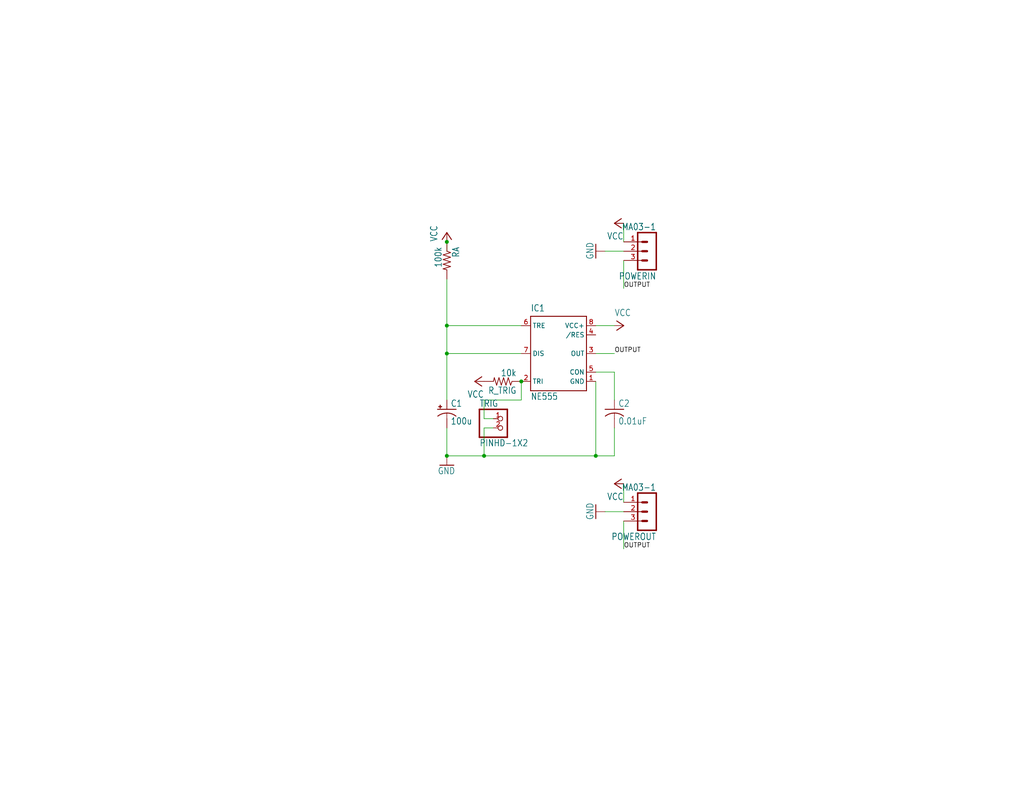
<source format=kicad_sch>
(kicad_sch (version 20230121) (generator eeschema)
  (paper "USLetter")
  (lib_symbols
    (symbol "detector-eagle-import:C-US050-024X044"
      (property "Reference" "C" (at 1.016 0.635 0))
      (property "Value" "C-US050-024X044" (at 1.016 -4.191 0))
      (symbol "C-US050-024X044_1_0"
        (arc (start 0 -1.0161) (mid -1.302 -1.2303) (end -2.4668 -1.8504) (stroke (width 0.254)))
        (polyline (pts (xy -2.54 0) (xy 2.54 0)) (stroke (width 0.254)))
        (polyline (pts (xy 0 -1.016) (xy 0 -2.54)) (stroke (width 0.1524)))
        (arc (start 2.4892 -1.8542) (mid 1.3158 -1.2195) (end 0 -1) (stroke (width 0.254)))
        (pin passive line (at 0 2.54 270) (length 2.54) (name "1") (number "1"))
        (pin passive line (at 0 -5.08 90) (length 2.54) (name "2") (number "2"))
      )
    )
    (symbol "detector-eagle-import:CPOL-USE3.5-8"
      (property "Reference" "C" (at 1.016 0.635 0))
      (property "Value" "CPOL-USE3.5-8" (at 1.016 -4.191 0))
      (symbol "CPOL-USE3.5-8_1_0"
        (rectangle (start -2.253 0.668) (end -1.364 0.795) (fill (type outline)))
        (rectangle (start -1.872 0.287) (end -1.745 1.176) (fill (type outline)))
        (arc (start 0 -1.0161) (mid -1.3021 -1.2302) (end -2.4669 -1.8504) (stroke (width 0.254)))
        (polyline (pts (xy -2.54 0) (xy 2.54 0)) (stroke (width 0.254)))
        (polyline (pts (xy 0 -1.016) (xy 0 -2.54)) (stroke (width 0.1524)))
        (arc (start 2.4892 -1.8542) (mid 1.3158 -1.2195) (end 0 -1) (stroke (width 0.254)))
        (pin passive line (at 0 2.54 270) (length 2.54) (name "+") (number "+"))
        (pin passive line (at 0 -5.08 90) (length 2.54) (name "-") (number "-"))
      )
    )
    (symbol "detector-eagle-import:GND" (power)
      (property "Value" "GND" (at -2.54 -2.54 0))
      (symbol "GND_1_0"
        (polyline (pts (xy -1.905 0) (xy 1.905 0)) (stroke (width 0.254)))
        (pin power_in line (at 0 2.54 270) (length 2.54) (name "GND") (number "1"))
      )
    )
    (symbol "detector-eagle-import:MA03-1"
      (property "Reference" "SV" (at -1.27 5.842 0))
      (property "Value" "MA03-1" (at -1.27 -7.62 0))
      (symbol "MA03-1_1_0"
        (polyline (pts (xy -1.27 5.08) (xy -1.27 -5.08)) (stroke (width 0.4064)))
        (polyline (pts (xy -1.27 5.08) (xy 3.81 5.08)) (stroke (width 0.4064)))
        (polyline (pts (xy 1.27 -2.54) (xy 2.54 -2.54)) (stroke (width 0.6096)))
        (polyline (pts (xy 1.27 0) (xy 2.54 0)) (stroke (width 0.6096)))
        (polyline (pts (xy 1.27 2.54) (xy 2.54 2.54)) (stroke (width 0.6096)))
        (polyline (pts (xy 3.81 -5.08) (xy -1.27 -5.08)) (stroke (width 0.4064)))
        (polyline (pts (xy 3.81 -5.08) (xy 3.81 5.08)) (stroke (width 0.4064)))
        (pin passive line (at 7.62 -2.54 180) (length 5.08) (name "1") (number "1"))
        (pin passive line (at 7.62 0 180) (length 5.08) (name "2") (number "2"))
        (pin passive line (at 7.62 2.54 180) (length 5.08) (name "3") (number "3"))
      )
    )
    (symbol "detector-eagle-import:NE555"
      (property "Reference" "IC" (at -7.62 11.43 0))
      (property "Value" "NE555" (at -7.62 -12.7 0))
      (symbol "NE555_1_0"
        (polyline (pts (xy -7.62 -10.16) (xy 7.62 -10.16)) (stroke (width 0.254)))
        (polyline (pts (xy -7.62 10.16) (xy -7.62 -10.16)) (stroke (width 0.254)))
        (polyline (pts (xy 7.62 -10.16) (xy 7.62 10.16)) (stroke (width 0.254)))
        (polyline (pts (xy 7.62 10.16) (xy -7.62 10.16)) (stroke (width 0.254)))
        (pin power_in line (at 10.16 -7.62 180) (length 2.54) (name "GND") (number "1"))
        (pin input line (at -10.16 -7.62 0) (length 2.54) (name "TRI") (number "2"))
        (pin output line (at 10.16 0 180) (length 2.54) (name "OUT") (number "3"))
        (pin input line (at 10.16 5.08 180) (length 2.54) (name "/RES") (number "4"))
        (pin input line (at 10.16 -5.08 180) (length 2.54) (name "CON") (number "5"))
        (pin input line (at -10.16 7.62 0) (length 2.54) (name "TRE") (number "6"))
        (pin input line (at -10.16 0 0) (length 2.54) (name "DIS") (number "7"))
        (pin power_in line (at 10.16 7.62 180) (length 2.54) (name "VCC+") (number "8"))
      )
    )
    (symbol "detector-eagle-import:PINHD-1X2"
      (property "Reference" "JP" (at -6.35 5.715 0))
      (property "Value" "PINHD-1X2" (at -6.35 -5.08 0))
      (symbol "PINHD-1X2_1_0"
        (polyline (pts (xy -6.35 -2.54) (xy 1.27 -2.54)) (stroke (width 0.4064)))
        (polyline (pts (xy -6.35 5.08) (xy -6.35 -2.54)) (stroke (width 0.4064)))
        (polyline (pts (xy 1.27 -2.54) (xy 1.27 5.08)) (stroke (width 0.4064)))
        (polyline (pts (xy 1.27 5.08) (xy -6.35 5.08)) (stroke (width 0.4064)))
        (pin passive inverted (at -2.54 2.54 0) (length 2.54) (name "1") (number "1"))
        (pin passive inverted (at -2.54 0 0) (length 2.54) (name "2") (number "2"))
      )
    )
    (symbol "detector-eagle-import:R-US_0207/12"
      (property "Reference" "R" (at -3.81 1.4986 0))
      (property "Value" "R-US_0207{slash}12" (at -3.81 -3.302 0))
      (symbol "R-US_0207/12_1_0"
        (polyline (pts (xy -2.54 0) (xy -2.159 1.016)) (stroke (width 0.2032)))
        (polyline (pts (xy -2.159 1.016) (xy -1.524 -1.016)) (stroke (width 0.2032)))
        (polyline (pts (xy -1.524 -1.016) (xy -0.889 1.016)) (stroke (width 0.2032)))
        (polyline (pts (xy -0.889 1.016) (xy -0.254 -1.016)) (stroke (width 0.2032)))
        (polyline (pts (xy -0.254 -1.016) (xy 0.381 1.016)) (stroke (width 0.2032)))
        (polyline (pts (xy 0.381 1.016) (xy 1.016 -1.016)) (stroke (width 0.2032)))
        (polyline (pts (xy 1.016 -1.016) (xy 1.651 1.016)) (stroke (width 0.2032)))
        (polyline (pts (xy 1.651 1.016) (xy 2.286 -1.016)) (stroke (width 0.2032)))
        (polyline (pts (xy 2.286 -1.016) (xy 2.54 0)) (stroke (width 0.2032)))
        (pin passive line (at -5.08 0 0) (length 2.54) (name "1") (number "1"))
        (pin passive line (at 5.08 0 180) (length 2.54) (name "2") (number "2"))
      )
    )
    (symbol "detector-eagle-import:VCC" (power)
      (property "Value" "VCC" (at -2.54 -2.54 90))
      (symbol "VCC_1_0"
        (polyline (pts (xy 0 0) (xy -1.27 -1.905)) (stroke (width 0.254)))
        (polyline (pts (xy 1.27 -1.905) (xy 0 0)) (stroke (width 0.254)))
        (pin power_in line (at 0 -2.54 90) (length 2.54) (name "VCC") (number "1"))
      )
    )
  )
  (junction (at 132.08 124.46))
  (junction (at 121.92 66.04))
  (junction (at 162.56 124.46))
  (junction (at 121.92 88.9))
  (junction (at 121.92 96.52))
  (junction (at 142.24 104.14))
  (junction (at 121.92 124.46))
  (wire (pts (xy 162.56 96.52) (xy 167.64 96.52)))
  (wire (pts (xy 132.08 124.46) (xy 121.92 124.46)))
  (wire (pts (xy 167.64 124.46) (xy 162.56 124.46)))
  (wire (pts (xy 167.64 101.6) (xy 167.64 109.22)))
  (wire (pts (xy 121.92 68.58) (xy 121.92 66.04)))
  (wire (pts (xy 162.56 104.14) (xy 162.56 124.46)))
  (wire (pts (xy 132.08 109.22) (xy 132.08 114.3)))
  (wire (pts (xy 121.92 88.9) (xy 121.92 96.52)))
  (wire (pts (xy 142.24 109.22) (xy 132.08 109.22)))
  (wire (pts (xy 165.1 139.7) (xy 170.18 139.7)))
  (wire (pts (xy 170.18 71.12) (xy 170.18 78.74)))
  (wire (pts (xy 165.1 68.58) (xy 170.18 68.58)))
  (wire (pts (xy 121.92 76.2) (xy 121.92 88.9)))
  (wire (pts (xy 170.18 60.96) (xy 170.18 66.04)))
  (wire (pts (xy 134.62 114.3) (xy 132.08 114.3)))
  (wire (pts (xy 121.92 116.84) (xy 121.92 124.46)))
  (wire (pts (xy 170.18 142.24) (xy 170.18 149.86)))
  (wire (pts (xy 121.92 96.52) (xy 142.24 96.52)))
  (wire (pts (xy 167.64 88.9) (xy 162.56 88.9)))
  (wire (pts (xy 162.56 101.6) (xy 167.64 101.6)))
  (wire (pts (xy 134.62 116.84) (xy 132.08 116.84)))
  (wire (pts (xy 142.24 104.14) (xy 142.24 109.22)))
  (wire (pts (xy 121.92 96.52) (xy 121.92 109.22)))
  (wire (pts (xy 167.64 116.84) (xy 167.64 124.46)))
  (wire (pts (xy 132.08 116.84) (xy 132.08 124.46)))
  (wire (pts (xy 162.56 124.46) (xy 132.08 124.46)))
  (wire (pts (xy 142.24 88.9) (xy 121.92 88.9)))
  (wire (pts (xy 170.18 132.08) (xy 170.18 137.16)))
  (label "OUTPUT" (at 167.64 96.52 0) (effects (font (size 1.2446 1.2446))))
  (label "OUTPUT" (at 170.18 149.86 0) (effects (font (size 1.2446 1.2446))))
  (label "OUTPUT" (at 170.18 78.74 0) (effects (font (size 1.2446 1.2446))))
  (symbol (lib_id "detector-eagle-import:R-US_0207/12") (at 121.92 71.12 270) (unit 1)
    (property "Reference" "RA" (at 123.4186 67.31 0) (effects (font (size 1.778 1.5113)) (justify left bottom)))
    (property "Value" "100k" (at 118.618 67.31 0) (effects (font (size 1.778 1.5113)) (justify left bottom)))
    (property "Footprint" "detector:0207_12" (effects hide))
  )
  (symbol (lib_id "detector-eagle-import:GND") (at 162.56 139.7 270) (unit 1)
    (property "Reference" "#GND2" (effects hide))
    (property "Value" "GND" (at 160.02 137.16 0) (effects (font (size 1.778 1.5113)) (justify left bottom)))
    (property "Footprint" "detector:" (effects hide))
  )
  (symbol (lib_id "detector-eagle-import:NE555") (at 152.4 96.52 0) (unit 1)
    (property "Reference" "IC1" (at 144.78 85.09 0) (effects (font (size 1.778 1.5113)) (justify left bottom)))
    (property "Value" "NE555" (at 144.78 109.22 0) (effects (font (size 1.778 1.5113)) (justify left bottom)))
    (property "Footprint" "detector:DIL-08" (effects hide))
  )
  (symbol (lib_id "detector-eagle-import:VCC") (at 170.18 88.9 270) (unit 1)
    (property "Reference" "#P+4" (effects hide))
    (property "Value" "VCC" (at 167.64 86.36 90) (effects (font (size 1.778 1.5113)) (justify left bottom)))
    (property "Footprint" "detector:" (effects hide))
  )
  (symbol (lib_id "detector-eagle-import:VCC") (at 121.92 63.5 0) (unit 1)
    (property "Reference" "#P+2" (effects hide))
    (property "Value" "VCC" (at 119.38 66.04 90) (effects (font (size 1.778 1.5113)) (justify left bottom)))
    (property "Footprint" "detector:" (effects hide))
  )
  (symbol (lib_id "detector-eagle-import:R-US_0207/12") (at 137.16 104.14 180) (unit 1)
    (property "Reference" "R_TRIG" (at 140.97 105.6386 0) (effects (font (size 1.778 1.5113)) (justify left bottom)))
    (property "Value" "10k" (at 140.97 100.838 0) (effects (font (size 1.778 1.5113)) (justify left bottom)))
    (property "Footprint" "detector:0207_12" (effects hide))
  )
  (symbol (lib_id "detector-eagle-import:PINHD-1X2") (at 137.16 116.84 0) (unit 1)
    (property "Reference" "TRIG" (at 130.81 111.125 0) (effects (font (size 1.778 1.5113)) (justify left bottom)))
    (property "Value" "PINHD-1X2" (at 130.81 121.92 0) (effects (font (size 1.778 1.5113)) (justify left bottom)))
    (property "Footprint" "detector:1X02" (effects hide))
  )
  (symbol (lib_id "detector-eagle-import:GND") (at 162.56 68.58 270) (unit 1)
    (property "Reference" "#GND1" (effects hide))
    (property "Value" "GND" (at 160.02 66.04 0) (effects (font (size 1.778 1.5113)) (justify left bottom)))
    (property "Footprint" "detector:" (effects hide))
  )
  (symbol (lib_id "detector-eagle-import:C-US050-024X044") (at 167.64 111.76 0) (unit 1)
    (property "Reference" "C2" (at 168.656 111.125 0) (effects (font (size 1.778 1.5113)) (justify left bottom)))
    (property "Value" "0.01uF" (at 168.656 115.951 0) (effects (font (size 1.778 1.5113)) (justify left bottom)))
    (property "Footprint" "detector:C050-024X044" (effects hide))
  )
  (symbol (lib_id "detector-eagle-import:VCC") (at 129.54 104.14 90) (unit 1)
    (property "Reference" "#P+5" (effects hide))
    (property "Value" "VCC" (at 132.08 106.68 90) (effects (font (size 1.778 1.5113)) (justify left bottom)))
    (property "Footprint" "detector:" (effects hide))
  )
  (symbol (lib_id "detector-eagle-import:VCC") (at 167.64 60.96 90) (unit 1)
    (property "Reference" "#P+1" (effects hide))
    (property "Value" "VCC" (at 170.18 63.5 90) (effects (font (size 1.778 1.5113)) (justify left bottom)))
    (property "Footprint" "detector:" (effects hide))
  )
  (symbol (lib_id "detector-eagle-import:VCC") (at 167.64 132.08 90) (unit 1)
    (property "Reference" "#P+3" (effects hide))
    (property "Value" "VCC" (at 170.18 134.62 90) (effects (font (size 1.778 1.5113)) (justify left bottom)))
    (property "Footprint" "detector:" (effects hide))
  )
  (symbol (lib_id "detector-eagle-import:CPOL-USE3.5-8") (at 121.92 111.76 0) (unit 1)
    (property "Reference" "C1" (at 122.936 111.125 0) (effects (font (size 1.778 1.5113)) (justify left bottom)))
    (property "Value" "100u" (at 122.936 115.951 0) (effects (font (size 1.778 1.5113)) (justify left bottom)))
    (property "Footprint" "detector:E3,5-8" (effects hide))
  )
  (symbol (lib_id "detector-eagle-import:MA03-1") (at 177.8 68.58 180) (unit 1)
    (property "Reference" "POWERIN" (at 179.07 74.422 0) (effects (font (size 1.778 1.5113)) (justify left bottom)))
    (property "Value" "MA03-1" (at 179.07 60.96 0) (effects (font (size 1.778 1.5113)) (justify left bottom)))
    (property "Footprint" "detector:MA03-1" (effects hide))
  )
  (symbol (lib_id "detector-eagle-import:MA03-1") (at 177.8 139.7 180) (unit 1)
    (property "Reference" "POWEROUT" (at 179.07 145.542 0) (effects (font (size 1.778 1.5113)) (justify left bottom)))
    (property "Value" "MA03-1" (at 179.07 132.08 0) (effects (font (size 1.778 1.5113)) (justify left bottom)))
    (property "Footprint" "detector:MA03-1" (effects hide))
  )
  (symbol (lib_id "detector-eagle-import:GND") (at 121.92 127 0) (unit 1)
    (property "Reference" "#GND3" (effects hide))
    (property "Value" "GND" (at 119.38 129.54 0) (effects (font (size 1.778 1.5113)) (justify left bottom)))
    (property "Footprint" "detector:" (effects hide))
  )
)
</source>
